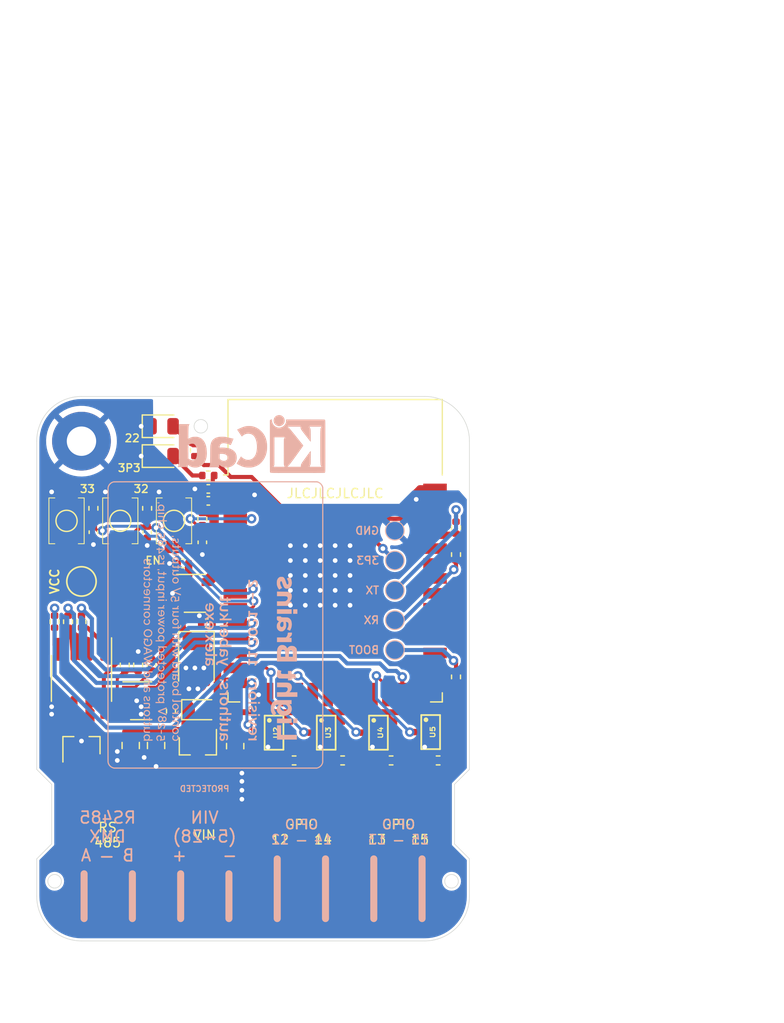
<source format=kicad_pcb>
(kicad_pcb (version 20211014) (generator pcbnew)
  (layers (0 "F.Cu" signal) (31 "B.Cu" signal) (34 "B.Paste" user) (35 "F.Paste" user) (36 "B.SilkS" user "B.Silkscreen") (37 "F.SilkS" user "F.Silkscreen") (38 "B.Mask" user) (39 "F.Mask" user) (44 "Edge.Cuts" user))
  (net 0 "")
  (net 1 "Net-(D1-Pad2)")
  (net 2 "Net-(D1-Pad1)")
  (net 3 "Net-(D2-Pad2)")
  (net 4 "/GPIO12_TTL")
  (net 5 "/GPIO13_TTL")
  (net 6 "/GPIO14_TTL")
  (net 7 "/GPIO15_TTL")
  (net 8 "Net-(J5-Pad1)")
  (net 9 "Net-(R3-Pad2)")
  (net 10 "Net-(R4-Pad2)")
  (net 11 "Net-(R2-Pad2)")
  (net 12 "Net-(U8-Pad37)")
  (net 13 "/TX")
  (net 14 "/RX")
  (net 15 "Net-(U8-Pad33)")
  (net 16 "Net-(U8-Pad32)")
  (net 17 "Net-(U8-Pad31)")
  (net 18 "Net-(U8-Pad30)")
  (net 19 "Net-(U8-Pad29)")
  (net 20 "Net-(U8-Pad26)")
  (net 21 "/BOOT")
  (net 22 "/485_TX")
  (net 23 "/GPIO15")
  (net 24 "Net-(U8-Pad22)")
  (net 25 "Net-(U8-Pad21)")
  (net 26 "Net-(U8-Pad20)")
  (net 27 "Net-(U8-Pad19)")
  (net 28 "Net-(U8-Pad18)")
  (net 29 "Net-(U8-Pad17)")
  (net 30 "/GPIO13")
  (net 31 "/GPIO12")
  (net 32 "/GPIO14")
  (net 33 "Net-(U8-Pad12)")
  (net 34 "/485_RT")
  (net 35 "/485_RX")
  (net 36 "Net-(U8-Pad5)")
  (net 37 "Net-(U8-Pad4)")
  (net 38 "Net-(C1-Pad1)")
  (net 39 "Net-(C6-Pad2)")
  (net 40 "Net-(D3-Pad2)")
  (net 41 "Net-(R13-Pad1)")
  (net 42 "Net-(R14-Pad1)")
  (net 43 "Net-(R15-Pad1)")
  (net 44 "GND")
  (net 45 "VCC")
  (net 46 "VIN")
  (net 47 "+3V3")
  (net 48 "/GPIO34")
  (net 49 "/GPIO35")
  (net 50 "/GPIO32")
  (net 51 "/GPIO33")
  (net 52 "Net-(C9-Pad1)")
  (net 53 "Net-(U8-Pad28)")
  (net 54 "Net-(U8-Pad27)")
  (net 55 "Net-(R5-Pad1)")
  (net 56 "Net-(R6-Pad1)")
  (net 57 "Net-(R7-Pad1)")
  (net 58 "Net-(R8-Pad1)")
  (net 59 "/TP6841S6/SW")
  (net 60 "Net-(R9-Pad2)")
  (net 61 "/TP6841S6/FB")
  (net 62 "Net-(D4-Pad2)")
  (net 63 "/GPIO36")
  (footprint "Package_TO_SOT_SMD:SOT-23" (layer "F.Cu") (at 184.15 98.298 90)
    (fp_text reference "D1")
    (fp_text value "SM712_SOT23")
  )
  (footprint "Diode_SMD:D_SOD-323" (layer "F.Cu") (at 194.183 95.25)
    (fp_text reference "D2")
    (fp_text value "BZX384B9V1")
  )
  (footprint "Package_TO_SOT_SMD:SOT-23" (layer "F.Cu") (at 194.056 98.3384 -90)
    (fp_text reference "Q1")
    (fp_text value "AO3401A")
  )
  (footprint "Package_SO:SOIC-8_3.9x4.9mm_P1.27mm" (layer "F.Cu") (at 184.15 92.583 -90)
    (fp_text reference "U1")
    (fp_text value "SN75176BDR")
  )
  (footprint "Capacitor_SMD:C_0402_1005Metric" (layer "F.Cu") (at 192.786 82.804 180)
    (fp_text reference "C2")
    (fp_text value "1uF")
  )
  (footprint "Capacitor_SMD:C_0402_1005Metric" (layer "F.Cu") (at 194.945 77.47 180)
    (fp_text reference "C3")
    (fp_text value "1uF")
  )
  (footprint "Capacitor_SMD:C_0805_2012Metric" (layer "F.Cu") (at 190.5 98.298 -90)
    (fp_text reference "C5")
    (fp_text value "100nF")
  )
  (footprint "Resistor_SMD:R_0805_2012Metric" (layer "F.Cu") (at 197.231 98.3488 90)
    (fp_text reference "R1")
    (fp_text value "4.7k")
  )
  (footprint "Resistor_SMD:R_0402_1005Metric" (layer "F.Cu") (at 184.15 87.757 -90)
    (fp_text reference "R2")
    (fp_text value "330")
  )
  (footprint "Resistor_SMD:R_0402_1005Metric" (layer "F.Cu") (at 181.864 87.757 -90)
    (fp_text reference "R3")
    (fp_text value "330")
  )
  (footprint "Resistor_SMD:R_0402_1005Metric" (layer "F.Cu") (at 194.437 79.0194 -90)
    (fp_text reference "R12")
    (fp_text value "10k")
  )
  (footprint "Resistor_SMD:R_0402_1005Metric" (layer "F.Cu") (at 216.027 92.456 -90)
    (fp_text reference "R13")
    (fp_text value "470")
  )
  (footprint "Resistor_SMD:R_0402_1005Metric" (layer "F.Cu") (at 194.945 75.311 180)
    (fp_text reference "R11")
    (fp_text value "2.2k")
  )
  (footprint "Capacitor_SMD:C_0402_1005Metric" (layer "F.Cu") (at 194.437 81.0006 -90)
    (fp_text reference "C1")
    (fp_text value "1nF")
  )
  (footprint "Capacitor_SMD:C_0402_1005Metric" (layer "F.Cu") (at 194.945 76.454 180)
    (fp_text reference "C8")
    (fp_text value "100nF")
  )
  (footprint "LightBrain:SOT25" (layer "F.Cu") (at 204.9808 97.2058 -90)
    (fp_text reference "U3")
    (fp_text value "74LVC1G34W5-7" hide)
  )
  (footprint "LightBrain:SOT25" (layer "F.Cu") (at 209.4244 97.2058 -90)
    (fp_text reference "U4")
    (fp_text value "74LVC1G34W5-7" hide)
  )
  (footprint "LightBrain:SOT25" (layer "F.Cu") (at 200.5372 97.2058 -90)
    (fp_text reference "U2")
    (fp_text value "74LVC1G34W5-7" hide)
  )
  (footprint "LightBrain:SOT25" (layer "F.Cu") (at 213.868 97.155 -90)
    (fp_text reference "U5")
    (fp_text value "74LVC1G34W5-7" hide)
  )
  (footprint "Capacitor_SMD:C_0805_2012Metric" (layer "F.Cu") (at 188.341 98.298 -90)
    (fp_text reference "C4")
    (fp_text value "10uF")
  )
  (footprint "LightBrain:TestPoint_My" (layer "F.Cu") (at 184.15 84.328)
    (fp_text reference "TP5" hide)
    (fp_text value "TestPoint" hide)
  )
  (footprint "MountingHole:MountingHole_2.5mm_Pad" (layer "F.Cu") (at 184.15 72.39)
    (fp_text reference "H1")
    (fp_text value "MountingHole_Pad")
  )
  (footprint "Capacitor_Tantalum_SMD:CP_EIA-3528-21_Kemet-B" (layer "F.Cu") (at 193.929 91.059 -90)
    (fp_text reference "C7")
    (fp_text value "100uF")
  )
  (footprint "Resistor_SMD:R_0402_1005Metric" (layer "F.Cu") (at 216.027 82.042 90)
    (fp_text reference "R15")
    (fp_text value "470")
  )
  (footprint "Resistor_SMD:R_0402_1005Metric" (layer "F.Cu") (at 216.027 79.756 -90)
    (fp_text reference "R14")
    (fp_text value "470")
  )
  (footprint "Resistor_SMD:R_0402_1005Metric" (layer "F.Cu") (at 188.976 91.44 90)
    (fp_text reference "R23")
    (fp_text value "18k")
  )
  (footprint "Package_TO_SOT_SMD:SOT-23-6" (layer "F.Cu") (at 189.23 94.488)
    (fp_text reference "U10")
    (fp_text value "TP6841S6")
  )
  (footprint "Resistor_SMD:R_0402_1005Metric" (layer "F.Cu") (at 187.833 91.44 -90)
    (fp_text reference "R16")
    (fp_text value "100k")
  )
  (footprint "Capacitor_SMD:C_0402_1005Metric" (layer "F.Cu") (at 194.818 87.884 180)
    (fp_text reference "C9")
    (fp_text value "10nF")
  )
  (footprint "Capacitor_SMD:C_0402_1005Metric" (layer "F.Cu") (at 189.738 80.137 -90)
    (fp_text reference "C11")
    (fp_text value "1nF")
  )
  (footprint "Resistor_SMD:R_0402_1005Metric" (layer "F.Cu") (at 189.738 78.105 -90)
    (fp_text reference "R20")
    (fp_text value "47k")
  )
  (footprint "Package_TO_SOT_SMD:SOT-23-5" (layer "F.Cu") (at 193.802 85.344)
    (fp_text reference "U9")
    (fp_text value "SPX3819M5-L-3-3")
  )
  (footprint "Resistor_SMD:R_0402_1005Metric" (layer "F.Cu") (at 183.007 87.757 -90)
    (fp_text reference "R4")
    (fp_text value "330")
  )
  (footprint "LightBrain:Wago2060" (layer "F.Cu") (at 194.6275 107.315 90)
    (fp_text reference "J5")
    (fp_text value "Wago2060")
  )
  (footprint "LightBrain:Wago2060" (layer "F.Cu") (at 186.3725 107.315 90)
    (fp_text reference "J1")
    (fp_text value "Wago2060")
  )
  (footprint "LightBrain:Wago2060" (layer "F.Cu") (at 202.8825 107.315 90)
    (fp_text reference "J2")
    (fp_text value "Wago2060")
  )
  (footprint "LightBrain:Wago2060" (layer "F.Cu") (at 211.1375 107.315 90)
    (fp_text reference "J3")
    (fp_text value "Wago2060")
  )
  (footprint "Resistor_SMD:R_0402_1005Metric" (layer "F.Cu") (at 202.2475 99.568 180)
    (fp_text reference "R5")
    (fp_text value "330")
  )
  (footprint "Resistor_SMD:R_0402_1005Metric" (layer "F.Cu") (at 210.5025 99.568)
    (fp_text reference "R7")
    (fp_text value "330")
  )
  (footprint "LightBrain:MWSA0402S" (layer "F.Cu") (at 189.357 86.868 90)
    (fp_text reference "L1")
    (fp_text value "22uH")
  )
  (footprint "Resistor_SMD:R_0402_1005Metric" (layer "F.Cu") (at 214.503 99.568)
    (fp_text reference "R8")
    (fp_text value "330")
  )
  (footprint "Resistor_SMD:R_0402_1005Metric" (layer "F.Cu") (at 206.375 99.568)
    (fp_text reference "R6")
    (fp_text value "330")
  )
  (footprint "Capacitor_SMD:C_0402_1005Metric" (layer "F.Cu") (at 190.119 91.44 -90)
    (fp_text reference "C6")
    (fp_text value "100nF")
  )
  (footprint "LightBrain:SW-SMD-2_2.9x3.9x1.7" (layer "F.Cu") (at 192.024 79.1718 -90)
    (fp_text reference "SW1" hide)
    (fp_text value "SW_Push" hide)
  )
  (footprint "LightBrain:SW-SMD-2_2.9x3.9x1.7" (layer "F.Cu") (at 187.452 79.1718 -90)
    (fp_text reference "SW2" hide)
    (fp_text value "SW_Push" hide)
  )
  (footprint "LightBrain:SW-SMD-2_2.9x3.9x1.7" (layer "F.Cu") (at 182.88 79.1718 -90)
    (fp_text reference "SW3" hide)
    (fp_text value "SW_Push" hide)
  )
  (footprint "Resistor_SMD:R_0402_1005Metric" (layer "F.Cu") (at 185.166 78.105 -90)
    (fp_text reference "R21")
    (fp_text value "47k")
  )
  (footprint "Capacitor_SMD:C_0402_1005Metric" (layer "F.Cu") (at 185.166 80.137 -90)
    (fp_text reference "C12")
    (fp_text value "1nF")
  )
  (footprint "LED_SMD:LED_0805_2012Metric" (layer "F.Cu") (at 191.008 73.66)
    (fp_text reference "D3")
    (fp_text value "3.3pwr")
  )
  (footprint "Resistor_SMD:R_0402_1005Metric" (layer "F.Cu") (at 191.77 95.377 -90)
    (fp_text reference "R9")
    (fp_text value "100k")
  )
  (footprint "LED_SMD:LED_0805_2012Metric" (layer "F.Cu") (at 191.008 71.12)
    (fp_text reference "D4")
    (fp_text value "UserLED")
  )
  (footprint "Resistor_SMD:R_0402_1005Metric" (layer "F.Cu") (at 193.802 73.152 90)
    (fp_text reference "R10")
    (fp_text value "2.2k")
  )
  (footprint "RF_Module:ESP32-WROOM-32" (layer "F.Cu") (at 205.74 84.709)
    (fp_text reference "U8")
    (fp_text value "ESP32-WROOM-32D(8MB)")
  )
  (footprint "LightBrain:TestPoint_My" (layer "B.Cu") (at 210.82 90.17 180)
    (fp_text reference "TP1" hide)
    (fp_text value "TestPoint" hide)
  )
  (footprint "LightBrain:TestPoint_My" (layer "B.Cu") (at 210.82 82.55 180)
    (fp_text reference "TP4" hide)
    (fp_text value "TestPoint" hide)
  )
  (footprint "LightBrain:TestPoint_My" (layer "B.Cu") (at 210.82 80.01 180)
    (fp_text reference "TP7" hide)
    (fp_text value "TestPoint" hide)
  )
  (footprint "LightBrain:TestPoint_My" (layer "B.Cu") (at 210.82 87.63 180)
    (fp_text reference "TP3" hide)
    (fp_text value "TestPoint" hide)
  )
  (footprint "LightBrain:TestPoint_My" (layer "B.Cu") (at 210.82 85.09 180)
    (fp_text reference "TP2" hide)
    (fp_text value "TestPoint" hide)
  )
  (footprint "LightBrain:MaskRevision2" (layer "B.Cu") (at 195.58 88.011 90)
    (fp_text reference "G***" hide)
    (fp_text value "LOGO" hide)
  )
  (footprint "Symbol:KiCad-Logo2_5mm_SilkScreen" (layer "B.Cu") (at 198.628 73.152 180)
    (fp_text reference "REF**" hide)
    (fp_text value "KiCad-Logo2_5mm_SilkScreen" hide)
  )
  (gr_line (start 184.3725 113.03) (end 184.3725 109.22) (layer "B.SilkS") (width 0.6))
  (gr_line (start 200.80964 113.03) (end 200.80964 107.95) (layer "B.SilkS") (width 0.6))
  (gr_line (start 204.918925 113.03) (end 204.918925 107.95) (layer "B.SilkS") (width 0.6))
  (gr_line (start 196.700355 113.03) (end 196.700355 109.22) (layer "B.SilkS") (width 0.6))
  (gr_line (start 209.02821 113.03) (end 209.02821 107.95) (layer "B.SilkS") (width 0.6))
  (gr_line (start 188.481785 113.03) (end 188.481785 109.22) (layer "B.SilkS") (width 0.6))
  (gr_line (start 213.1375 113.03) (end 213.1375 107.95) (layer "B.SilkS") (width 0.6))
  (gr_line (start 192.59107 113.03) (end 192.59107 109.22) (layer "B.SilkS") (width 0.6))
  (gr_line (start 180.34 72.39) (end 180.34 100.33) (layer "Edge.Cuts") (width 0.05))
  (gr_line (start 180.34 107.95) (end 180.34 111.125) (layer "Edge.Cuts") (width 0.05))
  (gr_circle (center 181.864 109.855) (end 182.44 109.855) (layer "Edge.Cuts") (width 0.05) (fill none))
  (gr_line (start 215.9 106.68) (end 215.9 101.6) (layer "Edge.Cuts") (width 0.05))
  (gr_circle (center 215.646 109.855) (end 216.222 109.855) (layer "Edge.Cuts") (width 0.05) (fill none))
  (gr_line (start 217.17 107.95) (end 217.17 111.125) (layer "Edge.Cuts") (width 0.05))
  (gr_line (start 213.36 68.58) (end 184.15 68.58) (layer "Edge.Cuts") (width 0.05))
  (gr_line (start 184.15 114.935) (end 213.36 114.935) (layer "Edge.Cuts") (width 0.05))
  (gr_arc (start 213.36 68.58) (mid 216.054077 69.695923) (end 217.17 72.39) (layer "Edge.Cuts") (width 0.05))
  (gr_line (start 217.17 107.95) (end 215.9 106.68) (layer "Edge.Cuts") (width 0.05))
  (gr_line (start 181.61 101.6) (end 180.34 100.33) (layer "Edge.Cuts") (width 0.05))
  (gr_circle (center 194.31 71.12) (end 194.886 71.12) (layer "Edge.Cuts") (width 0.05) (fill none))
  (gr_arc (start 184.15 114.935) (mid 181.455923 113.819077) (end 180.34 111.125) (layer "Edge.Cuts") (width 0.05))
  (gr_line (start 180.34 107.95) (end 181.61 106.68) (layer "Edge.Cuts") (width 0.05))
  (gr_line (start 217.17 100.33) (end 217.17 72.39) (layer "Edge.Cuts") (width 0.05))
  (gr_line (start 215.9 101.6) (end 217.17 100.33) (layer "Edge.Cuts") (width 0.05))
  (gr_line (start 181.61 106.68) (end 181.61 101.6) (layer "Edge.Cuts") (width 0.05))
  (gr_arc (start 217.17 111.125) (mid 216.054077 113.819077) (end 213.36 114.935) (layer "Edge.Cuts") (width 0.05))
  (gr_arc (start 180.34 72.39) (mid 181.455923 69.695923) (end 184.15 68.58) (layer "Edge.Cuts") (width 0.05))
  (gr_text "GND" (at 209.55 80.01) (layer "B.SilkS") (effects (font (size 0.66 0.66) (thickness 0.12)) (justify left mirror)))
  (gr_text "3P3" (at 209.55 82.55) (layer "B.SilkS") (effects (font (size 0.66 0.66) (thickness 0.12)) (justify left mirror)))
  (gr_text "BOOT" (at 209.55 90.17) (layer "B.SilkS") (effects (font (size 0.66 0.66) (thickness 0.12)) (justify left mirror)))
  (gr_text "VIN\n(5-28)\n-    +" (at 194.6275 106.045) (layer "B.SilkS") (effects (font (size 1 1)) (justify mirror)))
  (gr_text "PROTECTED" (at 194.6275 101.981) (layer "B.SilkS") (effects (font (size 0.5 0.5) (thickness 0.1)) (justify mirror)))
  (gr_text "GPIO\n15 — 13\n" (at 211.1375 105.664) (layer "B.SilkS") (effects (font (size 0.8 0.8) (thickness 0.12)) (justify mirror)))
  (gr_text "GPIO\n14 — 12" (at 202.8825 105.664) (layer "B.SilkS") (effects (font (size 0.8 0.8) (thickness 0.12)) (justify mirror)))
  (gr_text "RS485\nDMX\nB — A" (at 186.3725 106.045) (layer "B.SilkS") (effects (font (size 1 1)) (justify mirror)))
  (gr_text "TX" (at 209.55 85.09) (layer "B.SilkS") (effects (font (size 0.66 0.66) (thickness 0.12)) (justify left mirror)))
  (gr_text "RX" (at 209.55 87.63) (layer "B.SilkS") (effects (font (size 0.66 0.66) (thickness 0.12)) (justify left mirror)))
  (gr_text "GPIO\n13 — 15\n" (at 211.1375 105.664) (layer "F.SilkS") (effects (font (size 0.8 0.8) (thickness 0.12))))
  (gr_text "EN" (at 190.246 82.55) (layer "F.SilkS") (effects (font (size 0.66 0.66) (thickness 0.12))))
  (gr_text "VCC" (at 181.864 84.328 90) (layer "F.SilkS") (effects (font (size 0.75 0.75))))
  (gr_text "RS\n485" (at 186.3725 105.918) (layer "F.SilkS") (effects (font (size 0.8 0.8) (thickness 0.12))))
  (gr_text "33" (at 184.658 76.454) (layer "F.SilkS") (effects (font (size 0.66 0.66) (thickness 0.12))))
  (gr_text "22" (at 188.468 72.136) (layer "F.SilkS") (effects (font (size 0.66 0.66) (thickness 0.12))))
  (gr_text "GPIO\n12 — 14" (at 202.8825 105.664) (layer "F.SilkS") (effects (font (size 0.8 0.8) (thickness 0.12))))
  (gr_text "32" (at 189.23 76.454) (layer "F.SilkS") (effects (font (size 0.66 0.66) (thickness 0.12))))
  (gr_text "VIN" (at 194.6275 105.918) (layer "F.SilkS") (effects (font (size 0.8 0.8) (thickness 0.12))))
  (gr_text "JLCJLCJLCJLC" (at 205.74 76.835) (layer "F.SilkS") (effects (font (size 0.8 0.8) (thickness 0.12))))
  (gr_text "3P3" (at 188.214 74.676) (layer "F.SilkS") (effects (font (size 0.66 0.66) (thickness 0.12))))
  (segment (start 185.1 99.298) (end 187.867 102.065) (width 0.5) (layer "F.Cu") (net 1))
  (segment (start 185.085 95.358) (end 185.085 99.283) (width 0.35) (layer "F.Cu") (net 1))
  (segment (start 185.085 99.283) (end 185.1 99.298) (width 0.35) (layer "F.Cu") (net 1))
  (segment (start 184.785 95.058) (end 185.085 95.358) (width 0.35) (layer "F.Cu") (net 1))
  (segment (start 188.182 110.934) (end 188.182 101.684) (width 0.5) (layer "F.Cu") (net 1))
  (segment (start 187.867 102.065) (end 188.3725 102.065) (width 0.5) (layer "F.Cu") (net 1))
  (segment (start 183.2 99.298) (end 183.2 100.8925) (width 0.5) (layer "F.Cu") (net 2))
  (segment (start 183.2 95.373) (end 183.515 95.058) (width 0.35) (layer "F.Cu") (net 2))
  (segment (start 183.2 100.8925) (end 184.3725 102.065) (width 0.5) (layer "F.Cu") (net 2))
  (segment (start 183.2 99.298) (end 183.2 95.373) (width 0.35) (layer "F.Cu") (net 2))
  (segment (start 184.182 110.934) (end 184.182 101.684) (width 0.635) (layer "F.Cu") (net 2))
  (segment (start 201.7375 99.568) (end 201.7375 101.21) (width 0.25) (layer "F.Cu") (net 4))
  (segment (start 201.7375 101.21) (end 200.8825 102.065) (width 0.25) (layer "F.Cu") (net 4))
  (segment (start 200.692 101.684) (end 200.692 110.934) (width 0.5) (layer "F.Cu") (net 4))
  (segment (start 211.0125 100.19) (end 209.1375 102.065) (width 0.25) (layer "F.Cu") (net 5))
  (segment (start 211.0125 99.568) (end 211.0125 100.19) (width 0.25) (layer "F.Cu") (net 5))
  (segment (start 208.947 101.684) (end 208.947 110.934) (width 0.5) (layer "F.Cu") (net 5))
  (segment (start 206.885 99.568) (end 206.885 100.0625) (width 0.25) (layer "F.Cu") (net 6))
  (segment (start 206.885 100.0625) (end 204.8825 102.065) (width 0.25) (layer "F.Cu") (net 6))
  (segment (start 204.692 101.684) (end 204.692 110.934) (width 0.5) (layer "F.Cu") (net 6))
  (segment (start 215.013 99.568) (end 215.013 100.1895) (width 0.25) (layer "F.Cu") (net 7))
  (segment (start 212.947 101.684) (end 212.947 110.934) (width 0.5) (layer "F.Cu") (net 7))
  (segment (start 215.013 100.1895) (end 213.1375 102.065) (width 0.25) (layer "F.Cu") (net 7))
  (segment (start 192.437 101.684) (end 192.437 100.5002) (width 0.75) (layer "F.Cu") (net 8))
  (segment (start 192.437 101.684) (end 192.437 110.934) (width 0.5) (layer "F.Cu") (net 8))
  (segment (start 181.864 88.267) (end 181.864 89.727) (width 0.35) (layer "F.Cu") (net 9))
  (segment (start 181.864 89.727) (end 182.245 90.108) (width 0.35) (layer "F.Cu") (net 9))
  (segment (start 186.055 89.660522) (end 186.055 90.108) (width 0.35) (layer "F.Cu") (net 11))
  (segment (start 184.66 88.267) (end 184.912 88.519) (width 0.35) (layer "F.Cu") (net 11))
  (segment (start 184.913478 88.519) (end 186.055 89.660522) (width 0.35) (layer "F.Cu") (net 11))
  (segment (start 184.15 88.267) (end 184.66 88.267) (width 0.35) (layer "F.Cu") (net 11))
  (segment (start 184.912 88.519) (end 184.913478 88.519) (width 0.35) (layer "F.Cu") (net 11))
  (segment (start 216.025 80.264) (end 216.027 80.266) (width 0.35) (layer "F.Cu") (net 13))
  (segment (start 214.24 80.264) (end 216.025 80.264) (width 0.35) (layer "F.Cu") (net 13))
  (segment (start 216.025 81.534) (end 216.027 81.532) (width 0.35) (layer "F.Cu") (net 14))
  (segment (start 214.24 81.534) (end 216.025 81.534) (width 0.35) (layer "F.Cu") (net 14))
  (segment (start 216.025 92.964) (end 216.027 92.966) (width 0.35) (layer "F.Cu") (net 21))
  (segment (start 214.24 92.964) (end 216.025 92.964) (width 0.35) (layer "F.Cu") (net 21))
  (segment (start 181.864 86.614) (end 181.864 87.247) (width 0.35) (layer "F.Cu") (net 22))
  (segment (start 211.455 93.964) (end 211.455 92.456) (width 0.35) (layer "F.Cu") (net 22))
  (via (at 211.455 92.456) (size 0.8) (drill 0.4) (layers "F.Cu" "B.Cu") (net 22))
  (via (at 181.864 86.614) (size 0.8) (drill 0.4) (layers "F.Cu" "B.Cu") (net 22))
  (segment (start 206.756 91.313) (end 206.121 90.678) (width 0.35) (layer "B.Cu") (net 22))
  (segment (start 199.009 90.932) (end 197.743002 90.932) (width 0.35) (layer "B.Cu") (net 22))
  (segment (start 191.901002 96.774) (end 186.309 96.774) (width 0.35) (layer "B.Cu") (net 22))
  (segment (start 211.455 92.456) (end 210.947 91.948) (width 0.35) (layer "B.Cu") (net 22))
  (segment (start 206.121 90.678) (end 199.263 90.678) (width 0.35) (layer "B.Cu") (net 22))
  (segment (start 197.743002 90.932) (end 191.901002 96.774) (width 0.35) (layer "B.Cu") (net 22))
  (segment (start 181.864 92.329) (end 181.864 86.614) (width 0.35) (layer "B.Cu") (net 22))
  (segment (start 186.309 96.774) (end 181.864 92.329) (width 0.35) (layer "B.Cu") (net 22))
  (segment (start 210.185 91.948) (end 209.55 91.313) (width 0.35) (layer "B.Cu") (net 22))
  (segment (start 209.55 91.313) (end 206.756 91.313) (width 0.35) (layer "B.Cu") (net 22))
  (segment (start 210.947 91.948) (end 210.185 91.948) (width 0.35) (layer "B.Cu") (net 22))
  (segment (start 199.263 90.678) (end 199.009 90.932) (width 0.35) (layer "B.Cu") (net 22))
  (segment (start 210.185 93.298031) (end 209.250965 92.363996) (width 0.25) (layer "F.Cu") (net 23))
  (segment (start 212.668 97.155) (end 212.09 97.155) (width 0.25) (layer "F.Cu") (net 23))
  (segment (start 210.185 93.964) (end 210.185 93.298031) (width 0.25) (layer "F.Cu") (net 23))
  (via (at 212.09 97.155) (size 0.8) (drill 0.4) (layers "F.Cu" "B.Cu") (net 23))
  (via (at 209.250965 92.363996) (size 0.8) (drill 0.4) (layers "F.Cu" "B.Cu") (net 23))
  (segment (start 212.09 97.155) (end 209.250965 94.315965) (width 0.25) (layer "B.Cu") (net 23))
  (segment (start 209.250965 94.315965) (end 209.250965 92.363996) (width 0.25) (layer "B.Cu") (net 23))
  (segment (start 201.295 92.714) (end 201.645036 92.363964) (width 0.25) (layer "F.Cu") (net 30))
  (segment (start 201.645036 92.363964) (end 202.565 92.363964) (width 0.25) (layer "F.Cu") (net 30))
  (segment (start 208.2244 97.2058) (end 207.5688 97.2058) (width 0.25) (layer "F.Cu") (net 30))
  (segment (start 207.5688 97.2058) (end 207.518 97.155) (width 0.25) (layer "F.Cu") (net 30))
  (segment (start 201.295 93.964) (end 201.295 92.714) (width 0.25) (layer "F.Cu") (net 30))
  (via (at 207.518 97.155) (size 0.8) (drill 0.4) (layers "F.Cu" "B.Cu") (net 30))
  (via (at 202.565 92.363964) (size 0.8) (drill 0.4) (layers "F.Cu" "B.Cu") (net 30))
  (segment (start 202.726964 92.363964) (end 202.565 92.363964) (width 0.25) (layer "B.Cu") (net 30))
  (segment (start 207.518 97.155) (end 202.726964 92.363964) (width 0.25) (layer "B.Cu") (net 30))
  (segment (start 199.3372 97.2058) (end 198.9328 97.2058) (width 0.25) (layer "F.Cu") (net 31))
  (segment (start 198.9328 97.2058) (end 198.337178 96.610178) (width 0.25) (layer "F.Cu") (net 31))
  (segment (start 198.628 92.964) (end 197.24 92.964) (width 0.25) (layer "F.Cu") (net 31))
  (segment (start 198.337178 96.610178) (end 198.337178 96.52) (width 0.25) (layer "F.Cu") (net 31))
  (via (at 198.337178 96.52) (size 0.8) (drill 0.4) (layers "F.Cu" "B.Cu") (net 31))
  (via (at 198.628 92.964) (size 0.8) (drill 0.4) (layers "F.Cu" "B.Cu") (net 31))
  (segment (start 198.228001 93.363999) (end 198.228001 96.410823) (width 0.25) (layer "B.Cu") (net 31))
  (segment (start 198.228001 96.410823) (end 198.337178 96.52) (width 0.25) (layer "B.Cu") (net 31))
  (segment (start 198.628 92.964) (end 198.228001 93.363999) (width 0.25) (layer "B.Cu") (net 31))
  (segment (start 199.898 91.694) (end 200.279 92.075) (width 0.25) (layer "F.Cu") (net 32))
  (segment (start 203.7808 97.2058) (end 203.1238 97.2058) (width 0.25) (layer "F.Cu") (net 32))
  (segment (start 197.24 91.694) (end 199.898 91.694) (width 0.25) (layer "F.Cu") (net 32))
  (segment (start 203.1238 97.2058) (end 203.073 97.155) (width 0.25) (layer "F.Cu") (net 32))
  (via (at 200.279 92.075) (size 0.8) (drill 0.4) (layers "F.Cu" "B.Cu") (net 32))
  (via (at 203.073 97.155) (size 0.8) (drill 0.4) (layers "F.Cu" "B.Cu") (net 32))
  (segment (start 200.279 94.361) (end 200.279 92.075) (width 0.25) (layer "B.Cu") (net 32))
  (segment (start 203.073 97.155) (end 200.279 94.361) (width 0.25) (layer "B.Cu") (net 32))
  (segment (start 183.007 87.247) (end 183.007 86.614) (width 0.25) (layer "F.Cu") (net 34))
  (segment (start 197.24 89.154) (end 198.266942 89.154) (width 0.35) (layer "F.Cu") (net 34))
  (segment (start 198.266942 89.154) (end 198.637356 89.524414) (width 0.35) (layer "F.Cu") (net 34))
  (via (at 183.007 86.614) (size 0.8) (drill 0.4) (layers "F.Cu" "B.Cu") (net 34))
  (via (at 198.637356 89.524414) (size 0.8) (drill 0.4) (layers "F.Cu" "B.Cu") (net 34))
  (segment (start 193.812586 89.524414) (end 198.637356 89.524414) (width 0.35) (layer "B.Cu") (net 34))
  (segment (start 183.515 87.122) (end 183.515 91.059) (width 0.35) (layer "B.Cu") (net 34))
  (segment (start 185.42 92.964) (end 190.373 92.964) (width 0.35) (layer "B.Cu") (net 34))
  (segment (start 183.007 86.614) (end 183.515 87.122) (width 0.35) (layer "B.Cu") (net 34))
  (segment (start 190.373 92.964) (end 193.812586 89.524414) (width 0.35) (layer "B.Cu") (net 34))
  (segment (start 183.515 91.059) (end 185.42 92.964) (width 0.35) (layer "B.Cu") (net 34))
  (segment (start 197.24 87.884) (end 198.628 87.884) (width 0.35) (layer "F.Cu") (net 35))
  (segment (start 184.15 87.247) (end 184.15 86.614) (width 0.25) (layer "F.Cu") (net 35))
  (via (at 198.628 87.884) (size 0.8) (drill 0.4) (layers "F.Cu" "B.Cu") (net 35))
  (via (at 184.15 86.614) (size 0.8) (drill 0.4) (layers "F.Cu" "B.Cu") (net 35))
  (segment (start 185.039 87.503) (end 184.15 86.614) (width 0.35) (layer "B.Cu") (net 35))
  (segment (start 198.228001 88.283999) (end 193.275001 88.283999) (width 0.35) (layer "B.Cu") (net 35))
  (segment (start 198.628 87.884) (end 198.228001 88.283999) (width 0.35) (layer "B.Cu") (net 35))
  (segment (start 185.039 90.678) (end 185.039 87.503) (width 0.35) (layer "B.Cu") (net 35))
  (segment (start 189.738 91.821) (end 186.182 91.821) (width 0.35) (layer "B.Cu") (net 35))
  (segment (start 193.275001 88.283999) (end 189.738 91.821) (width 0.35) (layer "B.Cu") (net 35))
  (segment (start 186.182 91.821) (end 185.039 90.678) (width 0.35) (layer "B.Cu") (net 35))
  (segment (start 194.437 80.5206) (end 192.9002 80.5206) (width 0.35) (layer "F.Cu") (net 38))
  (segment (start 194.437 79.5294) (end 194.437 80.5206) (width 0.35) (layer "F.Cu") (net 38))
  (segment (start 193.956386 79.5294) (end 193.420986 78.994) (width 0.25) (layer "F.Cu") (net 38))
  (segment (start 197.24 78.994) (end 198.628 78.994) (width 0.25) (layer "F.Cu") (net 38))
  (segment (start 192.9002 80.5206) (end 192.024 81.3968) (width 0.35) (layer "F.Cu") (net 38))
  (segment (start 194.437 79.5294) (end 193.956386 79.5294) (width 0.25) (layer "F.Cu") (net 38))
  (via (at 198.628 78.994) (size 0.8) (drill 0.4) (layers "F.Cu" "B.Cu") (net 38))
  (via (at 193.420986 78.994) (size 0.8) (drill 0.4) (layers "F.Cu" "B.Cu") (net 38))
  (segment (start 198.628 78.994) (end 193.420986 78.994) (width 0.25) (layer "B.Cu") (net 38))
  (segment (start 188.529 93.538) (end 190.119 91.948) (width 0.25) (layer "F.Cu") (net 39))
  (segment (start 188.13 93.538) (end 188.529 93.538) (width 0.25) (layer "F.Cu") (net 39))
  (segment (start 190.119 91.948) (end 190.119 91.92) (width 0.25) (layer "F.Cu") (net 39))
  (segment (start 193.5965 75.311) (end 191.9455 73.66) (width 0.35) (layer "F.Cu") (net 40))
  (segment (start 194.435 75.311) (end 193.5965 75.311) (width 0.35) (layer "F.Cu") (net 40))
  (segment (start 216.027 91.281817) (end 215.813795 91.068612) (width 0.35) (layer "F.Cu") (net 41))
  (segment (start 216.027 91.946) (end 216.027 91.281817) (width 0.35) (layer "F.Cu") (net 41))
  (via (at 215.813795 91.068612) (size 0.8) (drill 0.4) (layers "F.Cu" "B.Cu") (net 41))
  (segment (start 215.813795 91.068612) (end 214.915183 90.17) (width 0.35) (layer "B.Cu") (net 41))
  (segment (start 214.915183 90.17) (end 210.82 90.17) (width 0.35) (layer "B.Cu") (net 41))
  (segment (start 216.027 79.246) (end 216.027 78.232) (width 0.35) (layer "F.Cu") (net 42))
  (via (at 216.027 78.232) (size 0.8) (drill 0.4) (layers "F.Cu" "B.Cu") (net 42))
  (segment (start 216.027 78.232) (end 216.027 79.883) (width 0.35) (layer "B.Cu") (net 42))
  (segment (start 216.027 79.883) (end 210.82 85.09) (width 0.35) (layer "B.Cu") (net 42))
  (segment (start 216.027 82.552) (end 216.027 83.128388) (width 0.35) (layer "F.Cu") (net 43))
  (segment (start 216.027 83.128388) (end 215.836481 83.318907) (width 0.35) (layer "F.Cu") (net 43))
  (via (at 215.836481 83.318907) (size 0.8) (drill 0.4) (layers "F.Cu" "B.Cu") (net 43))
  (segment (start 211.525388 87.63) (end 210.82 87.63) (width 0.35) (layer "B.Cu") (net 43))
  (segment (start 215.836481 83.318907) (end 211.525388 87.63) (width 0.35) (layer "B.Cu") (net 43))
  (segment (start 182.6412 76.708) (end 182.88 76.9468) (width 0.5) (layer "F.Cu") (net 44))
  (segment (start 189.992 99.568) (end 187.198 99.568) (width 0.635) (layer "F.Cu") (net 44))
  (segment (start 212.963269 76.454) (end 212.639954 76.777315) (width 0.635) (layer "F.Cu") (net 44))
  (segment (start 189.738 80.617) (end 189.738 81.263684) (width 0.635) (layer "F.Cu") (net 44))
  (segment (start 187.198 98.806) (end 187.198 99.489999) (width 1.25) (layer "F.Cu") (net 44))
  (segment (start 192.702 85.344) (end 191.897 85.344) (width 0.635) (layer "F.Cu") (net 44))
  (segment (start 188.407 99.314) (end 188.341 99.248) (width 1.25) (layer "F.Cu") (net 44))
  (segment (start 188.13 94.488) (end 188.849 94.488) (width 0.635) (layer "F.Cu") (net 44))
  (segment (start 182.245 95.058) (end 181.672012 95.058) (width 0.635) (layer "F.Cu") (net 44))
  (segment (start 188.849 94.488) (end 189.23 94.869) (width 0.35) (layer "F.Cu") (net 44))
  (segment (start 214.24 76.454) (end 212.963269 76.454) (width 0.635) (layer "F.Cu") (net 44))
  (segment (start 194.465 76.454) (end 194.465 77.47) (width 0.5) (layer "F.Cu") (net 44))
  (segment (start 199.242012 93.964) (end 199.226012 93.98) (width 0.635) (layer "F.Cu") (net 44))
  (segment (start 197.24 76.454) (end 198.374 76.454) (width 0.635) (layer "F.Cu") (net 44))
  (segment (start 204.2008 98.1558) (end 204.47 98.425) (width 0.35) (layer "F.Cu") (net 44))
  (segment (start 200.025 93.964) (end 199.242012 93.964) (width 0.635) (layer "F.Cu") (net 44))
  (segment (start 197.8025 100.6475) (end 197.8025 102.87) (width 0.5) (layer "F.Cu") (net 44))
  (segment (start 181.672012 95.058) (end 181.610044 94.996032) (width 0.635) (layer "F.Cu") (net 44))
  (segment (start 194.437 82.042) (end 194.437 81.4806) (width 0.635) (layer "F.Cu") (net 44))
  (segment (start 203.7808 98.1558) (end 204.2008 98.1558) (width 0.35) (layer "F.Cu") (net 44))
  (segment (start 192.306 82.804) (end 191.643 82.804) (width 0.635) (layer "F.Cu") (net 44))
  (segment (start 182.245 95.058) (end 181.671976 95.631024) (width 0.635) (layer "F.Cu") (net 44))
  (segment (start 190.5 100.076) (end 189.992 99.568) (width 0.635) (layer "F.Cu") (net 44))
  (segment (start 208.2244 98.1558) (end 208.6458 98.1558) (width 0.35) (layer "F.Cu") (net 44))
  (segment (start 181.671976 95.631024) (end 181.61 95.631024) (width 0.635) (layer "F.Cu") (net 44))
  (segment (start 194.338 87.884) (end 194.338 87.404) (width 0.5) (layer "F.Cu") (net 44))
  (segment (start 199.3372 98.1558) (end 199.7558 98.1558) (width 0.35) (layer "F.Cu") (net 44))
  (segment (start 189.738 81.263684) (end 189.743512 81.269196) (width 0.635) (layer "F.Cu") (net 44))
  (segment (start 190.0705 71.12) (end 189.23 71.12) (width 0.25) (layer "F.Cu") (net 44))
  (segment (start 190.0705 73.66) (end 189.23 73.66) (width 0.25) (layer "F.Cu") (net 44))
  (segment (start 188.976 90.93) (end 188.976 90.296994) (width 0.35) (layer "F.Cu") (net 44))
  (segment (start 198.374 76.454) (end 198.882 76.962) (width 0.635) (layer "F.Cu") (net 44))
  (segment (start 186.182 76.708) (end 187.2132 76.708) (width 0.5) (layer "F.Cu") (net 44))
  (segment (start 193.802 76.454) (end 194.465 76.454) (width 0.5) (layer "F.Cu") (net 44))
  (segment (start 190.754 76.708) (end 191.7852 76.708) (width 0.5) (layer "F.Cu") (net 44))
  (segment (start 185.166 80.617) (end 185.166 81.18999) (width 0.635) (layer "F.Cu") (net 44))
  (segment (start 213.04 98.105) (end 213.36 98.425) (width 0.35) (layer "F.Cu") (net 44))
  (segment (start 194.338 87.404) (end 194.183 87.249) (width 0.5) (layer "F.Cu") (net 44))
  (segment (start 197.8025 100.6475) (end 197.8025 99.147) (width 0.5) (layer "F.Cu") (net 44))
  (segment (start 181.61 76.708) (end 182.6412 76.708) (width 0.5) (layer "F.Cu") (net 44))
  (segment (start 189.484 99.314) (end 188.407 99.314) (width 1.25) (layer "F.Cu") (net 44))
  (segment (start 189.23 94.869) (end 189.23 95.631) (width 0.35) (layer "F.Cu") (net 44))
  (segment (start 208.6458 98.1558) (end 208.915 98.425) (width 0.35) (layer "F.Cu") (net 44))
  (segment (start 187.2132 76.708) (end 187.452 76.9468) (width 0.5) (layer "F.Cu") (net 44))
  (segment (start 184.15 97.917) (end 184.15 97.298) (width 0.635) (layer "F.Cu") (net 44))
  (segment (start 212.668 98.105) (end 213.04 98.105) (width 0.35) (layer "F.Cu") (net 44))
  (segment (start 191.7852 76.708) (end 192.024 76.9468) (width 0.5) (layer "F.Cu") (net 44))
  (segment (start 187.198 98.806) (end 188.976 98.806) (width 0.635) (layer "F.Cu") (net 44))
  (segment (start 194.564 91.694) (end 193.04 91.694) (width 0.25) (layer "F.Cu") (net 44))
  (segment (start 199.7558 98.1558) (end 200.025 98.425) (width 0.35) (layer "F.Cu") (net 44))
  (segment (start 188.976 98.806) (end 189.484 99.314) (width 0.635) (layer "F.Cu") (net 44))
  (segment (start 212.639954 76.777315) (end 212.639954 77.343) (width 0.635) (layer "F.Cu") (net 44))
  (segment (start 196.437 101.684) (end 196.437 110.934) (width 0.5) (layer "F.Cu") (net 44))
  (via (at 197.8025 102.87) (size 0.8) (drill 0.4) (layers "F.Cu" "B.Cu") (net 44))
  (via (at 189.23 94.996) (size 0.8) (drill 0.4) (layers "F.Cu" "B.Cu") (net 44))
  (via (at 204.47 82.55) (size 0.8) (drill 0.4) (layers "F.Cu" "B.Cu") (net 44))
  (via (at 199.226012 93.98) (size 0.8) (drill 0.4) (layers "F.Cu" "B.Cu") (net 44))
  (via (at 205.74 85.09) (size 0.8) (drill 0.4) (layers "F.Cu" "B.Cu") (net 44))
  (via (at 204.47 86.36) (size 0.8) (drill 0.4) (layers "F.Cu" "B.Cu") (net 44))
  (via (at 193.04 91.694) (size 0.8) (drill 0.4) (layers "F.Cu" "B.Cu") (net 44))
  (via (at 203.2 82.55) (size 0.8) (drill 0.4) (layers "F.Cu" "B.Cu") (net 44))
  (via (at 205.74 81.28) (size 0.8) (drill 0.4) (layers "F.Cu" "B.Cu") (net 44))
  (via (at 201.93 83.82) (size 0.8) (drill 0.4) (layers "F.Cu" "B.Cu") (net 44))
  (via (at 194.564 91.694) (size 0.8) (drill 0.4) (layers "F.Cu" "B.Cu") (net 44))
  (via (at 207.01 82.55) (size 0.8) (drill 0.4) (layers "F.Cu" "B.Cu") (net 44))
  (via (at 197.8025 100.6475) (size 0.8) (drill 0.4) (layers "F.Cu" "B.Cu") (net 44))
  (via (at 189.484 99.314) (size 0.8) (drill 0.4) (layers "F.Cu" "B.Cu") (net 44))
  (via (at 189.23 95.631) (size 0.8) (drill 0.4) (layers "F.Cu" "B.Cu") (net 44))
  (via (at 194.183 87.249) (size 0.8) (drill 0.4) (layers "F.Cu" "B.Cu") (net 44))
  (via (at 203.2 81.28) (size 0.8) (drill 0.4) (layers "F.Cu" "B.Cu") (net 44))
  (via (at 187.198 99.568) (size 0.8) (drill 0.4) (layers "F.Cu" "B.Cu") (net 44))
  (via (at 203.2 86.36) (size 0.8) (drill 0.4) (layers "F.Cu" "B.Cu") (net 44))
  (via (at 204.47 98.425) (size 0.8) (drill 0.4) (layers "F.Cu" "B.Cu") (net 44))
  (via (at 186.182 76.708) (size 0.8) (drill 0.4) (layers "F.Cu" "B.Cu") (net 44))
  (via (at 205.74 86.36) (size 0.8) (drill 0.4) (layers "F.Cu" "B.Cu") (net 44))
  (via (at 197.8025 102.108) (size 0.8) (drill 0.4) (layers "F.Cu" "B.Cu") (net 44))
  (via (at 185.166 81.18999) (size 0.8) (drill 0.4) (layers "F.Cu" "B.Cu") (net 44))
  (via (at 204.47 81.28) (size 0.8) (drill 0.4) (layers "F.Cu" "B.Cu") (net 44))
  (via (at 205.74 83.82) (size 0.8) (drill 0.4) (layers "F.Cu" "B.Cu") (net 44))
  (via (at 213.36 98.425) (size 0.8) (drill 0.4) (layers "F.Cu" "B.Cu") (net 44))
  (via (at 198.882 76.962) (size 0.8) (drill 0.4) (layers "F.Cu" "B.Cu") (net 44))
  (via (at 207.01 85.09) (size 0.8) (drill 0.4) (layers "F.Cu" "B.Cu") (net 44))
  (via (at 203.2 85.09) (size 0.8) (drill 0.4) (layers "F.Cu" "B.Cu") (net 44))
  (via (at 197.8025 101.346) (size 0.8) (drill 0.4) (layers "F.Cu" "B.Cu") (net 44))
  (via (at 201.93 85.09) (size 0.8) (drill 0.4) (layers "F.Cu" "B.Cu") (net 44))
  (via (at 193.294 93.472) (size 0.8) (drill 0.4) (layers "F.Cu" "B.Cu") (net 44))
  (via (at 181.61 76.708) (size 0.8) (drill 0.4) (layers "F.Cu" "B.Cu") (net 44))
  (via (at 191.897 85.344) (size 0.8) (drill 0.4) (layers "F.Cu" "B.Cu") (net 44))
  (via (at 188.849 94.488) (size 0.8) (drill 0.4) (layers "F.Cu" "B.Cu") (net 44))
  (via (at 181.61 95.631024) (size 0.8) (drill 0.4) (layers "F.Cu" "B.Cu") (net 44))
  (via (at 194.437 82.042) (size 0.8) (drill 0.4) (layers "F.Cu" "B.Cu") (net 44))
  (via (at 188.976 90.296994) (size 0.8) (drill 0.4) (layers "F.Cu" "B.Cu") (net 44))
  (via (at 207.01 83.82) (size 0.8) (drill 0.4) (layers "F.Cu" "B.Cu") (net 44))
  (via (at 207.01 86.36) (size 0.8) (drill 0.4) (layers "F.Cu" "B.Cu") (net 44))
  (via (at 190.5 100.076) (size 0.8) (drill 0.4) (layers "F.Cu" "B.Cu") (net 44))
  (via (at 194.056 93.472) (size 0.8) (drill 0.4) (layers "F.Cu" "B.Cu") (net 44))
  (via (at 205.74 82.55) (size 0.8) (drill 0.4) (layers "F.Cu" "B.Cu") (net 44))
  (via (at 193.802 91.694) (size 0.8) (drill 0.4) (layers "F.Cu" "B.Cu") (net 44))
  (via (at 212.639954 77.343) (size 0.8) (drill 0.4) (layers "F.Cu" "B.Cu") (net 44))
  (via (at 184.15 97.917) (size 0.8) (drill 0.4) (layers "F.Cu" "B.Cu") (net 44))
  (via (at 191.643 82.804) (size 0.8) (drill 0.4) (layers "F.Cu" "B.Cu") (net 44))
  (via (at 201.93 86.36) (size 0.8) (drill 0.4) (layers "F.Cu" "B.Cu") (net 44))
  (via (at 187.198 98.806) (size 0.8) (drill 0.4) (layers "F.Cu" "B.Cu") (net 44))
  (via (at 190.754 76.708) (size 0.8) (drill 0.4) (layers "F.Cu" "B.Cu") (net 44))
  (via (at 208.915 98.425) (size 0.8) (drill 0.4) (layers "F.Cu" "B.Cu") (net 44))
  (via (at 207.01 81.28) (size 0.8) (drill 0.4) (layers "F.Cu" "B.Cu") (net 44))
  (via (at 189.23 73.66) (size 0.8) (drill 0.4) (layers "F.Cu" "B.Cu") (net 44))
  (via (at 200.025 98.425) (size 0.8) (drill 0.4) (layers "F.Cu" "B.Cu") (net 44))
  (via (at 193.802 76.454) (size 0.8) (drill 0.4) (layers "F.Cu" "B.Cu") (net 44))
  (via (at 189.743512 81.269196) (size 0.8) (drill 0.4) (layers "F.Cu" "B.Cu") (net 44))
  (via (at 201.93 81.28) (size 0.8) (drill 0.4) (layers "F.Cu" "B.Cu") (net 44))
  (via (at 201.93 82.55) (size 0.8) (drill 0.4) (layers "F.Cu" "B.Cu") (net 44))
  (via (at 181.610044 94.996032) (size 0.8) (drill 0.4) (layers "F.Cu" "B.Cu") (net 44))
  (via (at 204.47 85.09) (size 0.8) (drill 0.4) (layers "F.Cu" "B.Cu") (net 44))
  (via (at 189.23 71.12) (size 0.8) (drill 0.4) (layers "F.Cu" "B.Cu") (net 44))
  (via (at 203.2 83.82) (size 0.8) (drill 0.4) (layers "F.Cu" "B.Cu") (net 44))
  (via (at 204.47 83.82) (size 0.8) (drill 0.4) (layers "F.Cu" "B.Cu") (net 44))
  (segment (start 193.266 83.83) (end 192.702 84.394) (width 0.635) (layer "F.Cu") (net 45))
  (segment (start 199.349299 95.463299) (end 203.032299 95.463299) (width 0.5) (layer "F.Cu") (net 45))
  (segment (start 195.722499 93.828001) (end 197.357797 95.463299) (width 0.635) (layer "F.Cu") (net 45))
  (segment (start 188.425 85.768) (end 189.357 85.768) (width 0.635) (layer "F.Cu") (net 45))
  (segment (start 195.722499 91.314999) (end 195.722499 93.828001) (width 0.635) (layer "F.Cu") (net 45))
  (segment (start 203.794299 95.463299) (end 214.326299 95.463299) (width 0.5) (layer "F.Cu") (net 45))
  (segment (start 210.6244 96.2558) (end 209.831899 95.463299) (width 0.5) (layer "F.Cu") (net 45))
  (segment (start 193.266 82.804) (end 193.266 83.83) (width 0.635) (layer "F.Cu") (net 45))
  (segment (start 206.1808 96.2558) (end 205.388299 95.463299) (width 0.5) (layer "F.Cu") (net 45))
  (segment (start 190.942 86.294) (end 192.702 86.294) (width 0.635) (layer "F.Cu") (net 45))
  (segment (start 214.326299 95.463299) (end 215.068 96.205) (width 0.5) (layer "F.Cu") (net 45))
  (segment (start 193.749501 84.604999) (end 193.749501 86.083001) (width 0.635) (layer "F.Cu") (net 45))
  (segment (start 209.831899 95.463299) (end 203.794299 95.463299) (width 0.5) (layer "F.Cu") (net 45))
  (segment (start 190.5 85.852) (end 190.942 86.294) (width 0.635) (layer "F.Cu") (net 45))
  (segment (start 192.702 88.2945) (end 193.929 89.5215) (width 0.635) (layer "F.Cu") (net 45))
  (segment (start 205.388299 95.463299) (end 203.032299 95.463299) (width 0.5) (layer "F.Cu") (net 45))
  (segment (start 193.538502 86.294) (end 192.702 86.294) (width 0.635) (layer "F.Cu") (net 45))
  (segment (start 192.702 86.294) (end 192.702 88.2945) (width 0.635) (layer "F.Cu") (net 45))
  (segment (start 187.513 90.93) (end 186.055 92.388) (width 0.35) (layer "F.Cu") (net 45))
  (segment (start 189.357 85.768) (end 189.441 85.852) (width 0.635) (layer "F.Cu") (net 45))
  (segment (start 189.441 85.852) (end 190.5 85.852) (width 0.635) (layer "F.Cu") (net 45))
  (segment (start 186.055 92.388) (end 186.055 93.091) (width 0.35) (layer "F.Cu") (net 45))
  (segment (start 186.055 93.091) (end 186.055 95.058) (width 0.35) (layer "F.Cu") (net 45))
  (segment (start 200.944699 95.463299) (end 199.349299 95.463299) (width 0.5) (layer "F.Cu") (net 45))
  (segment (start 187.833 90.93) (end 187.513 90.93) (width 0.35) (layer "F.Cu") (net 45))
  (segment (start 187.833 90.93) (end 187.198 90.295) (width 0.635) (layer "F.Cu") (net 45))
  (segment (start 203.032299 95.463299) (end 203.794299 95.463299) (width 0.5) (layer "F.Cu") (net 45))
  (segment (start 193.538502 84.394) (end 193.749501 84.604999) (width 0.635) (layer "F.Cu") (net 45))
  (segment (start 201.7372 96.2558) (end 200.944699 95.463299) (width 0.5) (layer "F.Cu") (net 45))
  (segment (start 187.198 86.995) (end 188.425 85.768) (width 0.635) (layer "F.Cu") (net 45))
  (segment (start 187.198 90.295) (end 187.198 86.995) (width 0.635) (layer "F.Cu") (net 45))
  (segment (start 197.357797 95.463299) (end 199.349299 95.463299) (width 0.5) (layer "F.Cu") (net 45))
  (segment (start 193.749501 86.083001) (end 193.538502 86.294) (width 0.635) (layer "F.Cu") (net 45))
  (segment (start 193.929 89.5215) (end 195.722499 91.314999) (width 0.635) (layer "F.Cu") (net 45))
  (segment (start 184.15 84.328) (end 187.917 84.328) (width 0.635) (layer "F.Cu") (net 45))
  (segment (start 192.702 84.394) (end 193.538502 84.394) (width 0.635) (layer "F.Cu") (net 45))
  (segment (start 187.917 84.328) (end 189.357 85.768) (width 0.635) (layer "F.Cu") (net 45))
  (segment (start 193.006 97.2576) (end 193.0964 97.348) (width 0.635) (layer "F.Cu") (net 46))
  (segment (start 193.0964 97.348) (end 193.106 97.3384) (width 1.25) (layer "F.Cu") (net 46))
  (segment (start 193.006 94.869) (end 193.006 97.2576) (width 0.635) (layer "F.Cu") (net 46))
  (segment (start 188.341 97.348) (end 193.0964 97.348) (width 1.25) (layer "F.Cu") (net 46))
  (segment (start 195.212001 84.083999) (end 194.902 84.394) (width 0.35) (layer "F.Cu") (net 47))
  (segment (start 194.0326 78.105) (end 190.754 78.105) (width 0.25) (layer "F.Cu") (net 47))
  (segment (start 199.771 77.851) (end 201.041 79.121) (width 0.35) (layer "F.Cu") (net 47))
  (segment (start 194.757 78.5094) (end 195.212001 78.964401) (width 0.35) (layer "F.Cu") (net 47))
  (segment (start 207.391 79.121) (end 209.804 81.534) (width 0.35) (layer "F.Cu") (net 47))
  (segment (start 197.24 77.724) (end 197.367 77.851) (width 0.35) (layer "F.Cu") (net 47))
  (segment (start 185.549 77.978) (end 185.166 77.595) (width 0.25) (layer "F.Cu") (net 47))
  (segment (start 197.367 77.851) (end 199.771 77.851) (width 0.35) (layer "F.Cu") (net 47))
  (segment (start 190.244 77.595) (end 189.738 77.595) (width 0.25) (layer "F.Cu") (net 47))
  (segment (start 189.738 77.595) (end 189.355 77.978) (width 0.25) (layer "F.Cu") (net 47))
  (segment (start 195.328 75.184) (end 195.328 77.162) (width 0.35) (layer "F.Cu") (net 47))
  (segment (start 190.754 78.105) (end 190.244 77.595) (width 0.25) (layer "F.Cu") (net 47))
  (segment (start 201.041 79.121) (end 207.391 79.121) (width 0.35) (layer "F.Cu") (net 47))
  (segment (start 194.437 78.5094) (end 194.0326 78.105) (width 0.25) (layer "F.Cu") (net 47))
  (segment (start 194.437 78.5094) (end 194.757 78.5094) (width 0.35) (layer "F.Cu") (net 47))
  (segment (start 189.355 77.978) (end 185.549 77.978) (width 0.25) (layer "F.Cu") (net 47))
  (segment (start 195.212001 78.964401) (end 195.212001 84.083999) (width 0.35) (layer "F.Cu") (net 47))
  (segment (start 195.89 77.724) (end 197.24 77.724) (width 0.35) (layer "F.Cu") (net 47))
  (segment (start 195.328 77.162) (end 195.89 77.724) (width 0.35) (layer "F.Cu") (net 47))
  (via (at 209.804 81.534) (size 0.8) (drill 0.4) (layers "F.Cu" "B.Cu") (net 47))
  (segment (start 209.804 81.534) (end 210.82 82.55) (width 0.35) (layer "B.Cu") (net 47))
  (segment (start 198.374 85.344) (end 198.755 84.963) (width 0.25) (layer "F.Cu") (net 50))
  (segment (start 189.738 79.657) (end 189.1918 79.657) (width 0.35) (layer "F.Cu") (net 50))
  (segment (start 197.24 85.344) (end 198.374 85.344) (width 0.25) (layer "F.Cu") (net 50))
  (segment (start 189.1918 79.657) (end 187.452 81.3968) (width 0.35) (layer "F.Cu") (net 50))
  (segment (start 190.5 79.756) (end 189.837 79.756) (width 0.25) (layer "F.Cu") (net 50))
  (segment (start 189.837 79.756) (end 189.738 79.657) (width 0.25) (layer "F.Cu") (net 50))
  (segment (start 189.738 78.615) (end 189.738 79.657) (width 0.35) (layer "F.Cu") (net 50))
  (via (at 198.755 84.963) (size 0.8) (drill 0.4) (layers "F.Cu" "B.Cu") (net 50))
  (via (at 190.5 79.756) (size 0.8) (drill 0.4) (layers "F.Cu" "B.Cu") (net 50))
  (segment (start 198.374 85.344) (end 198.755 84.963) (width 0.25) (layer "B.Cu") (net 50))
  (segment (start 196.088 85.344) (end 198.374 85.344) (width 0.25) (layer "B.Cu") (net 50))
  (segment (start 190.5 79.756) (end 196.088 85.344) (width 0.25) (layer "B.Cu") (net 50))
  (segment (start 198.804684 86.437316) (end 198.804684 85.996848) (width 0.25) (layer "F.Cu") (net 51))
  (segment (start 198.628 86.614) (end 198.804684 86.437316) (width 0.25) (layer "F.Cu") (net 51))
  (segment (start 185.166 79.657) (end 184.6198 79.657) (width 0.35) (layer "F.Cu") (net 51))
  (segment (start 197.24 86.614) (end 198.628 86.614) (width 0.25) (layer "F.Cu") (net 51))
  (segment (start 185.519 80.01) (end 185.166 79.657) (width 0.25) (layer "F.Cu") (net 51))
  (segment (start 184.6198 79.657) (end 182.88 81.3968) (width 0.35) (layer "F.Cu") (net 51))
  (segment (start 185.928 80.01) (end 185.519 80.01) (width 0.25) (layer "F.Cu") (net 51))
  (segment (start 185.166 78.615) (end 185.166 79.657) (width 0.35) (layer "F.Cu") (net 51))
  (via (at 198.804684 85.996848) (size 0.8) (drill 0.4) (layers "F.Cu" "B.Cu") (net 51))
  (via (at 185.928 80.01) (size 0.8) (drill 0.4) (layers "F.Cu" "B.Cu") (net 51))
  (segment (start 189.955001 80.481001) (end 190.588591 80.481001) (width 0.25) (layer "B.Cu") (net 51))
  (segment (start 189.103 79.629) (end 189.955001 80.481001) (width 0.25) (layer "B.Cu") (net 51))
  (segment (start 196.104438 85.996848) (end 198.804684 85.996848) (width 0.25) (layer "B.Cu") (net 51))
  (segment (start 190.588591 80.481001) (end 196.104438 85.996848) (width 0.25) (layer "B.Cu") (net 51))
  (segment (start 186.309 79.629) (end 189.103 79.629) (width 0.25) (layer "B.Cu") (net 51))
  (segment (start 185.928 80.01) (end 186.309 79.629) (width 0.25) (layer "B.Cu") (net 51))
  (segment (start 195.298 87.884) (end 195.298 86.69) (width 0.5) (layer "F.Cu") (net 52))
  (segment (start 195.298 86.69) (end 194.902 86.294) (width 0.5) (layer "F.Cu") (net 52))
  (segment (start 201.7372 98.1558) (end 201.9148 98.1558) (width 0.25) (layer "F.Cu") (net 55))
  (segment (start 202.7575 98.9985) (end 202.7575 99.568) (width 0.25) (layer "F.Cu") (net 55))
  (segment (start 201.9148 98.1558) (end 202.7575 98.9985) (width 0.25) (layer "F.Cu") (net 55))
  (segment (start 205.865 98.4716) (end 206.1808 98.1558) (width 0.25) (layer "F.Cu") (net 56))
  (segment (start 205.865 99.568) (end 205.865 98.4716) (width 0.25) (layer "F.Cu") (net 56))
  (segment (start 209.9925 99.568) (end 209.9925 98.7877) (width 0.25) (layer "F.Cu") (net 57))
  (segment (start 209.9925 98.7877) (end 210.6244 98.1558) (width 0.25) (layer "F.Cu") (net 57))
  (segment (start 213.993 99.568) (end 213.993 99.18) (width 0.25) (layer "F.Cu") (net 58))
  (segment (start 213.993 99.18) (end 215.068 98.105) (width 0.25) (layer "F.Cu") (net 58))
  (segment (start 190.75401 93.11399) (end 190.33 93.538) (width 0.25) (layer "F.Cu") (net 59))
  (segment (start 191.389 92.964) (end 190.815 93.538) (width 0.635) (layer "F.Cu") (net 59))
  (segment (start 191.389 90) (end 191.389 92.964) (width 0.635) (layer "F.Cu") (net 59))
  (segment (start 189.357 87.968) (end 191.389 90) (width 0.635) (layer "F.Cu") (net 59))
  (segment (start 190.429 90.96) (end 190.75401 91.28501) (width 0.25) (layer "F.Cu") (net 59))
  (segment (start 190.815 93.538) (end 190.33 93.538) (width 0.635) (layer "F.Cu") (net 59))
  (segment (start 190.75401 91.28501) (end 190.75401 93.11399) (width 0.25) (layer "F.Cu") (net 59))
  (segment (start 190.119 90.96) (end 190.429 90.96) (width 0.25) (layer "F.Cu") (net 59))
  (segment (start 190.33 95.438) (end 190.779 95.887) (width 0.635) (layer "F.Cu") (net 60))
  (segment (start 190.779 95.887) (end 191.77 95.887) (width 0.635) (layer "F.Cu") (net 60))
  (segment (start 187.198 95.286) (end 187.35 95.438) (width 0.25) (layer "F.Cu") (net 61))
  (segment (start 188.976 91.95) (end 187.833 91.95) (width 0.25) (layer "F.Cu") (net 61))
  (segment (start 187.198 92.585) (end 187.198 95.286) (width 0.25) (layer "F.Cu") (net 61))
  (segment (start 187.35 95.438) (end 188.13 95.438) (width 0.25) (layer "F.Cu") (net 61))
  (segment (start 187.833 91.95) (end 187.198 92.585) (width 0.25) (layer "F.Cu") (net 61))
  (segment (start 193.802 72.642) (end 193.4675 72.642) (width 0.35) (layer "F.Cu") (net 62))
  (segment (start 193.4675 72.642) (end 191.9455 71.12) (width 0.35) (layer "F.Cu") (net 62))
  (segment (start 210.312 78.994) (end 209.55 78.232) (width 0.35) (layer "F.Cu") (net 63))
  (segment (start 196.85 75.438) (end 195.834 74.422) (width 0.35) (layer "F.Cu") (net 63))
  (segment (start 214.24 78.994) (end 210.312 78.994) (width 0.35) (layer "F.Cu") (net 63))
  (segment (start 201.422 78.232) (end 198.628 75.438) (width 0.35) (layer "F.Cu") (net 63))
  (segment (start 198.628 75.438) (end 196.85 75.438) (width 0.35) (layer "F.Cu") (net 63))
  (segment (start 195.834 74.422) (end 194.562 74.422) (width 0.35) (layer "F.Cu") (net 63))
  (segment (start 209.55 78.232) (end 201.422 78.232) (width 0.35) (layer "F.Cu") (net 63))
  (segment (start 194.562 74.422) (end 193.802 73.662) (width 0.35) (layer "F.Cu") (net 63))
  (zone (net 59) (net_name "/TP6841S6/SW") (layer "F.Cu") (connect_pads yes (clearance 0.225)) (min_thickness 0.254) (fill yes (thermal_gap 0.508) (thermal_bridge_width 0.508) (smoothing fillet) (radius 0.55))
    (polygon (pts (xy 192.151 89.154) (xy 192.151 93.853) (xy 189.865 93.853) (xy 189.865 93.218) (xy 190.754 93.218) (xy 190.754 90.297) (xy 189.865 89.408) (xy 188.087 89.408) (xy 188.087 87.63) (xy 190.627 87.63)))
  )
  (zone (net 46) (net_name "VIN") (layer "F.Cu") (connect_pads yes (clearance 0.225)) (min_thickness 0.254) (fill yes (thermal_gap 0.508) (thermal_bridge_width 0.508))
    (polygon (pts (xy 193.802 94.869) (xy 193.802 97.409) (xy 193.294 97.917) (xy 192.659 97.917) (xy 192.659 95.504) (xy 192.278 95.123) (xy 191.389 95.123) (xy 191.135 94.869) (xy 189.865 94.869) (xy 189.865 94.107) (xy 193.1035 94.107)))
  )
  (zone (net 47) (net_name "+3V3") (layer "F.Cu") (priority 1) (connect_pads yes (clearance 0.225)) (min_thickness 0.254) (fill yes (thermal_gap 0.508) (thermal_bridge_width 0.508) (smoothing fillet) (radius 1))
    (polygon (pts (xy 196.215 77.343) (xy 198.247 77.343) (xy 198.247 78.105) (xy 196.215 78.105) (xy 195.834 78.486) (xy 195.834 84.074) (xy 195.199 84.709) (xy 194.437 84.709) (xy 194.437 84.074) (xy 195.072 83.439) (xy 195.072 79.121) (xy 194.691 78.74) (xy 194.183 78.74) (xy 194.183 78.232) (xy 194.691 78.232) (xy 195.072 77.851) (xy 195.072 77.089) (xy 195.961 77.089)))
  )
  (zone (net 10) (net_name "Net-(R4-Pad2)") (layer "F.Cu") (priority 1) (connect_pads yes (clearance 0.225)) (min_thickness 0.254) (fill yes (thermal_gap 0.508) (thermal_bridge_width 0.508) (smoothing fillet) (radius 1))
    (polygon (pts (xy 183.388 88.011) (xy 184.15 89.027) (xy 184.785 89.027) (xy 185.039 89.281) (xy 185.039 91.059) (xy 183.261 91.059) (xy 183.134 89.281) (xy 182.753 88.543409) (xy 182.753 87.986592)))
  )
  (zone (net 44) (net_name "GND") (layer "F.Cu") (priority 1) (connect_pads yes (clearance 0.225)) (min_thickness 0.254) (fill yes (thermal_gap 0.508) (thermal_bridge_width 0.508) (smoothing fillet) (radius 1))
    (polygon (pts (xy 194.818 92.456) (xy 194.818 93.726) (xy 193.04 93.726) (xy 192.786 92.964) (xy 192.786 91.44) (xy 194.056 91.44)))
  )
  (zone (net 44) (net_name "GND") (layer "F.Cu") (priority 1) (connect_pads yes (clearance 0.225)) (min_thickness 0.254) (fill yes (thermal_gap 0.508) (thermal_bridge_width 0.508) (smoothing fillet) (radius 1))
    (polygon (pts (xy 207.645 86.995) (xy 201.295 86.995) (xy 201.295 80.645) (xy 207.645 80.645)))
  )
  (zone (net 3) (net_name "Net-(D2-Pad2)") (layer "F.Cu") (connect_pads yes (clearance 0.225)) (min_thickness 0.254) (fill yes (thermal_gap 0.508) (thermal_bridge_width 0.508) (smoothing fillet) (radius 1))
    (polygon (pts (xy 195.58 95.504) (xy 196.196772 96.248642) (xy 196.995229 96.283358) (xy 198.085364 97.247364) (xy 198.12 97.917) (xy 194.564 97.917) (xy 194.564 94.869) (xy 195.58 94.869)))
  )
  (zone (net 44) (net_name "GND") (layer "F.Cu") (connect_pads yes (clearance 0.25)) (min_thickness 0.254) (fill yes (thermal_gap 0.508) (thermal_bridge_width 0.508) (smoothing fillet) (radius 0.5))
    (polygon (pts (xy 197.993 99.822) (xy 197.485 100.33) (xy 197.485 103.632) (xy 195.199 103.632) (xy 195.199 99.822) (xy 196.457455 98.679) (xy 198.004545 98.679)))
  )
  (zone (net 8) (net_name "Net-(J5-Pad1)") (layer "F.Cu") (connect_pads yes (clearance 0.254)) (min_thickness 0.254) (fill yes (thermal_gap 0.508) (thermal_bridge_width 0.508) (smoothing fillet) (radius 0.5))
    (polygon (pts (xy 194.818 99.568) (xy 193.167 101.219) (xy 193.167 103.759) (xy 191.135 103.759) (xy 191.135 100.203) (xy 193.04 98.298) (xy 194.818 98.298)))
  )
  (zone (net 0) (net_name "") (layer "B.Cu") (connect_pads yes (clearance 0)) (min_thickness 0.254)
    (keepout (tracks not_allowed) (vias not_allowed) (pads allowed) (copperpour not_allowed) (footprints allowed))
    (fill (thermal_gap 0.508) (thermal_bridge_width 0.508))
    (polygon (pts (xy 217.424 68.453) (xy 217.424 77.597) (xy 217.17 77.597) (xy 216.281 76.581) (xy 213.868 76.581) (xy 212.852 76.581) (xy 212.344 76.581) (xy 211.201 77.724) (xy 201.041 77.724) (xy 199.136 75.819) (xy 198.882 75.819) (xy 198.12 75.819) (xy 197.3326 75.819) (xy 196.1134 75.819) (xy 196.100701 75.819) (xy 193.281299 75.819) (xy 192.786 75.184) (xy 190.246 72.6694) (xy 190.246 70.993) (xy 190.25738 70.986138) (xy 190.23462 68.459862)))
  )
  (zone (net 44) (net_name "GND") (layer "B.Cu") (connect_pads (clearance 0.225)) (min_thickness 0.254) (fill yes (thermal_gap 0.508) (thermal_bridge_width 0.508) (smoothing fillet) (radius 1))
    (polygon (pts (xy 224.79 114.935) (xy 180.34 114.935) (xy 180.34 68.58) (xy 224.79 68.58)))
  )
)
</source>
